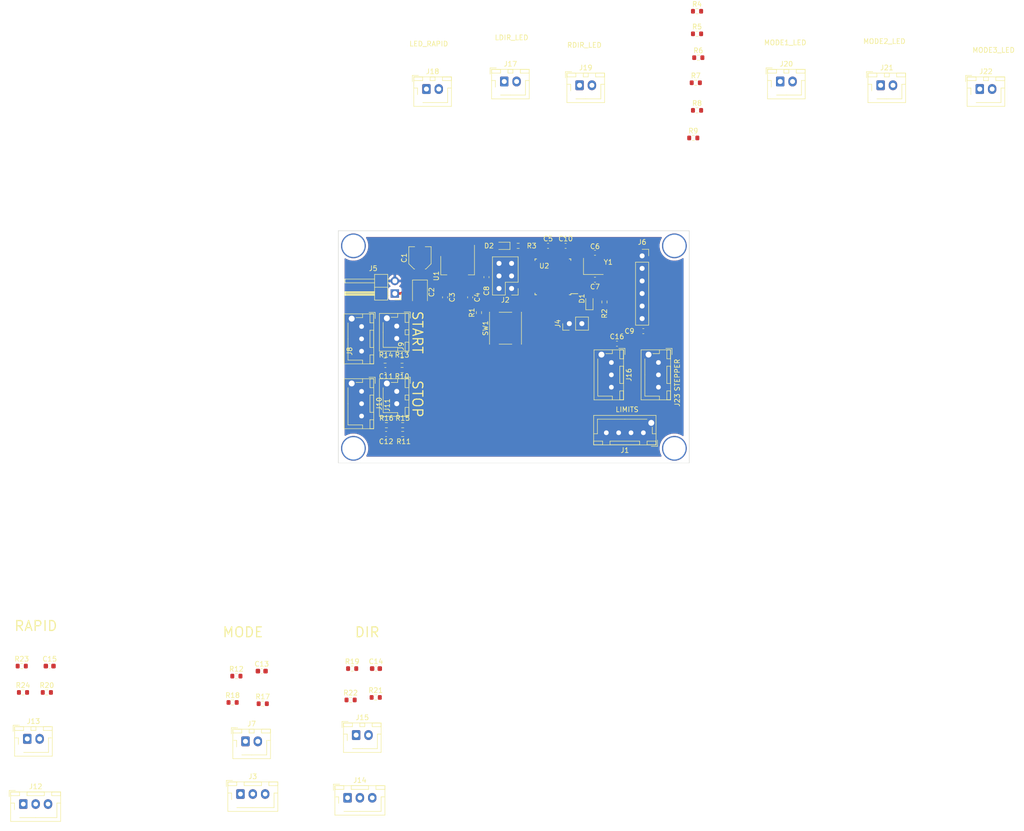
<source format=kicad_pcb>
(kicad_pcb (version 20171130) (host pcbnew "(5.1.8)-1")
  (layers (0 F.Cu signal) (31 B.Cu signal) (34 B.Paste user) (35 F.Paste user) (36 B.SilkS user) (37 F.SilkS user) (38 B.Mask user) (39 F.Mask user) (44 Edge.Cuts user))
  (net 0 "")
  (net 1 +12V)
  (net 2 +5V)
  (net 3 "Net-(C6-Pad1)")
  (net 4 "Net-(C7-Pad1)")
  (net 5 RESET)
  (net 6 "Net-(C9-Pad1)")
  (net 7 START)
  (net 8 STOP)
  (net 9 MODE)
  (net 10 DIRECTION)
  (net 11 RAPID)
  (net 12 SPEED_CTRL)
  (net 13 SCK)
  (net 14 "Net-(D1-Pad1)")
  (net 15 "Net-(D2-Pad1)")
  (net 16 LIMIT_RIGHT_MISO)
  (net 17 LIMIT_LEFT_MOSI)
  (net 18 "MODE_NO(YELLOW)")
  (net 19 "MODE_LED-(BLACK)")
  (net 20 AVCC)
  (net 21 FTDI_PD1)
  (net 22 FTDI_PD0)
  (net 23 "MODE_LED+(RED)")
  (net 24 "START_NO(YELLOW)")
  (net 25 "START_LED-(BLACK)")
  (net 26 "START_LED+(RED)")
  (net 27 "STOP_NO(YELLOW)")
  (net 28 "STOP_LED-(BLACK)")
  (net 29 "STOP_LED+(RED)")
  (net 30 "RAPID_NO(YELLOW)")
  (net 31 "RAPID_LED-(BLACK)")
  (net 32 "RAPID_LED+(RED)")
  (net 33 "DIRECTION_NO(YELLOW)")
  (net 34 "DIRECTION_LED-(BLACK)")
  (net 35 "DIRECTION_LED+(RED)")
  (net 36 LDIR_LED)
  (net 37 RAPID_LED)
  (net 38 RDIR_LED)
  (net 39 MODE1_LED)
  (net 40 MODE2_LED)
  (net 41 MODE3_LED)
  (net 42 ENA-)
  (net 43 DIR-)
  (net 44 PUL-)
  (net 45 "Net-(R4-Pad2)")
  (net 46 "Net-(R5-Pad2)")
  (net 47 "Net-(R6-Pad2)")
  (net 48 "Net-(R7-Pad2)")
  (net 49 "Net-(R8-Pad2)")
  (net 50 "Net-(R9-Pad2)")
  (net 51 "Net-(U2-Pad22)")
  (net 52 "Net-(U2-Pad9)")
  (net 53 "Net-(Y1-Pad4)")
  (net 54 "Net-(Y1-Pad2)")
  (net 55 GND)
  (module Crystal:Crystal_SMD_3225-4Pin_3.2x2.5mm (layer F.Cu) (at 191.305 70.7)
    (fp_text reference Y1 (at 3.005 -0.85) (layer F.SilkS))
    (fp_text value 16MHZ)
    (pad 4 smd rect (at -1.1 -0.85) (size 1.4 1.2) (layers F.Cu F.Paste F.Mask) (net 53 "Net-(Y1-Pad4)"))
    (pad 3 smd rect (at 1.1 -0.85) (size 1.4 1.2) (layers F.Cu F.Paste F.Mask) (net 3 "Net-(C6-Pad1)"))
    (pad 2 smd rect (at 1.1 0.85) (size 1.4 1.2) (layers F.Cu F.Paste F.Mask) (net 54 "Net-(Y1-Pad2)"))
    (pad 1 smd rect (at -1.1 0.85) (size 1.4 1.2) (layers F.Cu F.Paste F.Mask) (net 4 "Net-(C7-Pad1)"))
  )
  (module Package_QFP:TQFP-32_7x7mm_P0.8mm (layer F.Cu) (at 183.115 72.83 180)
    (fp_text reference U2 (at 1.759 2.218) (layer F.SilkS))
    (fp_text value ATmega328P-AU)
    (pad 32 smd rect (at -2.8 -4.25 270) (size 1.6 0.55) (layers F.Cu F.Paste F.Mask) (net 44 PUL-))
    (pad 31 smd rect (at -2 -4.25 270) (size 1.6 0.55) (layers F.Cu F.Paste F.Mask) (net 21 FTDI_PD1))
    (pad 30 smd rect (at -1.2 -4.25 270) (size 1.6 0.55) (layers F.Cu F.Paste F.Mask) (net 22 FTDI_PD0))
    (pad 29 smd rect (at -0.4 -4.25 270) (size 1.6 0.55) (layers F.Cu F.Paste F.Mask) (net 5 RESET))
    (pad 28 smd rect (at 0.4 -4.25 270) (size 1.6 0.55) (layers F.Cu F.Paste F.Mask) (net 50 "Net-(R9-Pad2)"))
    (pad 27 smd rect (at 1.2 -4.25 270) (size 1.6 0.55) (layers F.Cu F.Paste F.Mask) (net 49 "Net-(R8-Pad2)"))
    (pad 26 smd rect (at 2 -4.25 270) (size 1.6 0.55) (layers F.Cu F.Paste F.Mask) (net 48 "Net-(R7-Pad2)"))
    (pad 25 smd rect (at 2.8 -4.25 270) (size 1.6 0.55) (layers F.Cu F.Paste F.Mask) (net 47 "Net-(R6-Pad2)"))
    (pad 24 smd rect (at 4.25 -2.8 180) (size 1.6 0.55) (layers F.Cu F.Paste F.Mask) (net 46 "Net-(R5-Pad2)"))
    (pad 23 smd rect (at 4.25 -2 180) (size 1.6 0.55) (layers F.Cu F.Paste F.Mask) (net 45 "Net-(R4-Pad2)"))
    (pad 22 smd rect (at 4.25 -1.2 180) (size 1.6 0.55) (layers F.Cu F.Paste F.Mask) (net 51 "Net-(U2-Pad22)"))
    (pad 21 smd rect (at 4.25 -0.4 180) (size 1.6 0.55) (layers F.Cu F.Paste F.Mask) (net 55 GND))
    (pad 20 smd rect (at 4.25 0.4 180) (size 1.6 0.55) (layers F.Cu F.Paste F.Mask) (net 2 +5V))
    (pad 19 smd rect (at 4.25 1.2 180) (size 1.6 0.55) (layers F.Cu F.Paste F.Mask) (net 12 SPEED_CTRL))
    (pad 18 smd rect (at 4.25 2 180) (size 1.6 0.55) (layers F.Cu F.Paste F.Mask) (net 20 AVCC))
    (pad 17 smd rect (at 4.25 2.8 180) (size 1.6 0.55) (layers F.Cu F.Paste F.Mask) (net 13 SCK))
    (pad 16 smd rect (at 2.8 4.25 270) (size 1.6 0.55) (layers F.Cu F.Paste F.Mask) (net 16 LIMIT_RIGHT_MISO))
    (pad 15 smd rect (at 2 4.25 270) (size 1.6 0.55) (layers F.Cu F.Paste F.Mask) (net 17 LIMIT_LEFT_MOSI))
    (pad 14 smd rect (at 1.2 4.25 270) (size 1.6 0.55) (layers F.Cu F.Paste F.Mask) (net 8 STOP))
    (pad 13 smd rect (at 0.4 4.25 270) (size 1.6 0.55) (layers F.Cu F.Paste F.Mask) (net 7 START))
    (pad 12 smd rect (at -0.4 4.25 270) (size 1.6 0.55) (layers F.Cu F.Paste F.Mask) (net 11 RAPID))
    (pad 11 smd rect (at -1.2 4.25 270) (size 1.6 0.55) (layers F.Cu F.Paste F.Mask) (net 9 MODE))
    (pad 10 smd rect (at -2 4.25 270) (size 1.6 0.55) (layers F.Cu F.Paste F.Mask) (net 10 DIRECTION))
    (pad 9 smd rect (at -2.8 4.25 270) (size 1.6 0.55) (layers F.Cu F.Paste F.Mask) (net 52 "Net-(U2-Pad9)"))
    (pad 8 smd rect (at -4.25 2.8 180) (size 1.6 0.55) (layers F.Cu F.Paste F.Mask) (net 3 "Net-(C6-Pad1)"))
    (pad 7 smd rect (at -4.25 2 180) (size 1.6 0.55) (layers F.Cu F.Paste F.Mask) (net 4 "Net-(C7-Pad1)"))
    (pad 6 smd rect (at -4.25 1.2 180) (size 1.6 0.55) (layers F.Cu F.Paste F.Mask) (net 2 +5V))
    (pad 5 smd rect (at -4.25 0.4 180) (size 1.6 0.55) (layers F.Cu F.Paste F.Mask) (net 55 GND))
    (pad 4 smd rect (at -4.25 -0.4 180) (size 1.6 0.55) (layers F.Cu F.Paste F.Mask) (net 2 +5V))
    (pad 3 smd rect (at -4.25 -1.2 180) (size 1.6 0.55) (layers F.Cu F.Paste F.Mask) (net 55 GND))
    (pad 2 smd rect (at -4.25 -2 180) (size 1.6 0.55) (layers F.Cu F.Paste F.Mask) (net 42 ENA-))
    (pad 1 smd rect (at -4.25 -2.8 180) (size 1.6 0.55) (layers F.Cu F.Paste F.Mask) (net 43 DIR-))
  )
  (module Package_TO_SOT_SMD:SOT-223-3_TabPin2 (layer F.Cu) (at 163.83 70.51 270)
    (fp_text reference U1 (at 2.134 4.318 90) (layer F.SilkS))
    (fp_text value AMS1117-5.0)
    (pad 1 smd rect (at -3.15 -2.3 270) (size 2 1.5) (layers F.Cu F.Paste F.Mask) (net 55 GND))
    (pad 3 smd rect (at -3.15 2.3 270) (size 2 1.5) (layers F.Cu F.Paste F.Mask) (net 1 +12V))
    (pad 2 smd rect (at -3.15 0 270) (size 2 1.5) (layers F.Cu F.Paste F.Mask) (net 2 +5V))
    (pad 2 smd rect (at 3.15 0 270) (size 2 3.8) (layers F.Cu F.Paste F.Mask) (net 2 +5V))
  )
  (module Button_Switch_SMD:SW_Push_1P1T_NO_6x6mm_H9.5mm (layer F.Cu) (at 173.518 83.223 90)
    (fp_text reference SW1 (at 0 -4.05 90) (layer F.SilkS))
    (fp_text value SW_SPST)
    (pad 2 smd rect (at 3.975 2.25 90) (size 1.55 1.3) (layers F.Cu F.Paste F.Mask) (net 55 GND))
    (pad 1 smd rect (at 3.975 -2.25 90) (size 1.55 1.3) (layers F.Cu F.Paste F.Mask) (net 5 RESET))
    (pad 1 smd rect (at -3.975 -2.25 90) (size 1.55 1.3) (layers F.Cu F.Paste F.Mask) (net 5 RESET))
    (pad 2 smd rect (at -3.975 2.25 90) (size 1.55 1.3) (layers F.Cu F.Paste F.Mask) (net 55 GND))
  )
  (module Resistor_SMD:R_0603_1608Metric (layer F.Cu) (at 75.883 156.972)
    (fp_text reference R24 (at 0 -1.43) (layer F.SilkS))
    (fp_text value 1K)
    (pad 2 smd roundrect (at 0.825 0) (size 0.8 0.95) (layers F.Cu F.Paste F.Mask) (net 11 RAPID))
    (pad 1 smd roundrect (at -0.825 0) (size 0.8 0.95) (layers F.Cu F.Paste F.Mask) (net 30 "RAPID_NO(YELLOW)"))
  )
  (module Resistor_SMD:R_0603_1608Metric (layer F.Cu) (at 75.629 151.638)
    (fp_text reference R23 (at 0 -1.43) (layer F.SilkS))
    (fp_text value 120R)
    (pad 2 smd roundrect (at 0.825 0) (size 0.8 0.95) (layers F.Cu F.Paste F.Mask) (net 2 +5V))
    (pad 1 smd roundrect (at -0.825 0) (size 0.8 0.95) (layers F.Cu F.Paste F.Mask) (net 32 "RAPID_LED+(RED)"))
  )
  (module Resistor_SMD:R_0603_1608Metric (layer F.Cu) (at 142.177 158.496)
    (fp_text reference R22 (at 0 -1.43) (layer F.SilkS))
    (fp_text value 1K)
    (pad 2 smd roundrect (at 0.825 0) (size 0.8 0.95) (layers F.Cu F.Paste F.Mask) (net 10 DIRECTION))
    (pad 1 smd roundrect (at -0.825 0) (size 0.8 0.95) (layers F.Cu F.Paste F.Mask) (net 33 "DIRECTION_NO(YELLOW)"))
  )
  (module Resistor_SMD:R_0603_1608Metric (layer F.Cu) (at 147.257 157.988)
    (fp_text reference R21 (at 0 -1.43) (layer F.SilkS))
    (fp_text value 120R)
    (pad 2 smd roundrect (at 0.825 0) (size 0.8 0.95) (layers F.Cu F.Paste F.Mask) (net 2 +5V))
    (pad 1 smd roundrect (at -0.825 0) (size 0.8 0.95) (layers F.Cu F.Paste F.Mask) (net 35 "DIRECTION_LED+(RED)"))
  )
  (module Resistor_SMD:R_0603_1608Metric (layer F.Cu) (at 80.709 156.972)
    (fp_text reference R20 (at 0 -1.43) (layer F.SilkS))
    (fp_text value 10K)
    (pad 2 smd roundrect (at 0.825 0) (size 0.8 0.95) (layers F.Cu F.Paste F.Mask) (net 30 "RAPID_NO(YELLOW)"))
    (pad 1 smd roundrect (at -0.825 0) (size 0.8 0.95) (layers F.Cu F.Paste F.Mask) (net 2 +5V))
  )
  (module Resistor_SMD:R_0603_1608Metric (layer F.Cu) (at 142.494 152.146)
    (fp_text reference R19 (at 0 -1.43) (layer F.SilkS))
    (fp_text value 10K)
    (pad 2 smd roundrect (at 0.825 0) (size 0.8 0.95) (layers F.Cu F.Paste F.Mask) (net 33 "DIRECTION_NO(YELLOW)"))
    (pad 1 smd roundrect (at -0.825 0) (size 0.8 0.95) (layers F.Cu F.Paste F.Mask) (net 2 +5V))
  )
  (module Resistor_SMD:R_0603_1608Metric (layer F.Cu) (at 118.301 159.004)
    (fp_text reference R18 (at 0 -1.43) (layer F.SilkS))
    (fp_text value 1K)
    (pad 2 smd roundrect (at 0.825 0) (size 0.8 0.95) (layers F.Cu F.Paste F.Mask) (net 9 MODE))
    (pad 1 smd roundrect (at -0.825 0) (size 0.8 0.95) (layers F.Cu F.Paste F.Mask) (net 18 "MODE_NO(YELLOW)"))
  )
  (module Resistor_SMD:R_0603_1608Metric (layer F.Cu) (at 124.397 159.258)
    (fp_text reference R17 (at 0 -1.43) (layer F.SilkS))
    (fp_text value 120R)
    (pad 2 smd roundrect (at 0.825 0) (size 0.8 0.95) (layers F.Cu F.Paste F.Mask) (net 2 +5V))
    (pad 1 smd roundrect (at -0.825 0) (size 0.8 0.95) (layers F.Cu F.Paste F.Mask) (net 23 "MODE_LED+(RED)"))
  )
  (module Resistor_SMD:R_0603_1608Metric (layer F.Cu) (at 149.415 102.87)
    (fp_text reference R16 (at 0 -1.43) (layer F.SilkS))
    (fp_text value 1K)
    (pad 2 smd roundrect (at 0.825 0) (size 0.8 0.95) (layers F.Cu F.Paste F.Mask) (net 8 STOP))
    (pad 1 smd roundrect (at -0.825 0) (size 0.8 0.95) (layers F.Cu F.Paste F.Mask) (net 27 "STOP_NO(YELLOW)"))
  )
  (module Resistor_SMD:R_0603_1608Metric (layer F.Cu) (at 152.717 102.87)
    (fp_text reference R15 (at 0 -1.43) (layer F.SilkS))
    (fp_text value 120R)
    (pad 2 smd roundrect (at 0.825 0) (size 0.8 0.95) (layers F.Cu F.Paste F.Mask) (net 2 +5V))
    (pad 1 smd roundrect (at -0.825 0) (size 0.8 0.95) (layers F.Cu F.Paste F.Mask) (net 29 "STOP_LED+(RED)"))
  )
  (module Resistor_SMD:R_0603_1608Metric (layer F.Cu) (at 149.161 89.789 180)
    (fp_text reference R14 (at -0.191 1.143) (layer F.SilkS))
    (fp_text value 1K)
    (pad 2 smd roundrect (at 0.825 0 180) (size 0.8 0.95) (layers F.Cu F.Paste F.Mask) (net 7 START))
    (pad 1 smd roundrect (at -0.825 0 180) (size 0.8 0.95) (layers F.Cu F.Paste F.Mask) (net 24 "START_NO(YELLOW)"))
  )
  (module Resistor_SMD:R_0603_1608Metric (layer F.Cu) (at 152.591 89.789)
    (fp_text reference R13 (at 0 -1.143) (layer F.SilkS))
    (fp_text value 120R)
    (pad 2 smd roundrect (at 0.825 0) (size 0.8 0.95) (layers F.Cu F.Paste F.Mask) (net 2 +5V))
    (pad 1 smd roundrect (at -0.825 0) (size 0.8 0.95) (layers F.Cu F.Paste F.Mask) (net 26 "START_LED+(RED)"))
  )
  (module Resistor_SMD:R_0603_1608Metric (layer F.Cu) (at 119.063 153.67)
    (fp_text reference R12 (at 0 -1.43) (layer F.SilkS))
    (fp_text value 10K)
    (pad 2 smd roundrect (at 0.825 0) (size 0.8 0.95) (layers F.Cu F.Paste F.Mask) (net 18 "MODE_NO(YELLOW)"))
    (pad 1 smd roundrect (at -0.825 0) (size 0.8 0.95) (layers F.Cu F.Paste F.Mask) (net 2 +5V))
  )
  (module Resistor_SMD:R_0603_1608Metric (layer F.Cu) (at 152.717 104.648)
    (fp_text reference R11 (at 0.191 1.524) (layer F.SilkS))
    (fp_text value 10K)
    (pad 2 smd roundrect (at 0.825 0) (size 0.8 0.95) (layers F.Cu F.Paste F.Mask) (net 27 "STOP_NO(YELLOW)"))
    (pad 1 smd roundrect (at -0.825 0) (size 0.8 0.95) (layers F.Cu F.Paste F.Mask) (net 2 +5V))
  )
  (module Resistor_SMD:R_0603_1608Metric (layer F.Cu) (at 152.591 91.694 180)
    (fp_text reference R10 (at 0 -1.27) (layer F.SilkS))
    (fp_text value 10K)
    (pad 2 smd roundrect (at 0.825 0 180) (size 0.8 0.95) (layers F.Cu F.Paste F.Mask) (net 24 "START_NO(YELLOW)"))
    (pad 1 smd roundrect (at -0.825 0 180) (size 0.8 0.95) (layers F.Cu F.Paste F.Mask) (net 2 +5V))
  )
  (module Resistor_SMD:R_0603_1608Metric (layer F.Cu) (at 211.519 44.704)
    (fp_text reference R9 (at 0 -1.43) (layer F.SilkS))
    (fp_text value 160R)
    (pad 2 smd roundrect (at 0.825 0) (size 0.8 0.95) (layers F.Cu F.Paste F.Mask) (net 50 "Net-(R9-Pad2)"))
    (pad 1 smd roundrect (at -0.825 0) (size 0.8 0.95) (layers F.Cu F.Paste F.Mask) (net 37 RAPID_LED))
  )
  (module Resistor_SMD:R_0603_1608Metric (layer F.Cu) (at 212.281 39.116)
    (fp_text reference R8 (at 0 -1.43) (layer F.SilkS))
    (fp_text value 160R)
    (pad 2 smd roundrect (at 0.825 0) (size 0.8 0.95) (layers F.Cu F.Paste F.Mask) (net 49 "Net-(R8-Pad2)"))
    (pad 1 smd roundrect (at -0.825 0) (size 0.8 0.95) (layers F.Cu F.Paste F.Mask) (net 41 MODE3_LED))
  )
  (module Resistor_SMD:R_0603_1608Metric (layer F.Cu) (at 212.027 33.528)
    (fp_text reference R7 (at 0 -1.43) (layer F.SilkS))
    (fp_text value 160R)
    (pad 2 smd roundrect (at 0.825 0) (size 0.8 0.95) (layers F.Cu F.Paste F.Mask) (net 48 "Net-(R7-Pad2)"))
    (pad 1 smd roundrect (at -0.825 0) (size 0.8 0.95) (layers F.Cu F.Paste F.Mask) (net 40 MODE2_LED))
  )
  (module Resistor_SMD:R_0603_1608Metric (layer F.Cu) (at 212.535 28.448)
    (fp_text reference R6 (at 0 -1.43) (layer F.SilkS))
    (fp_text value 160R)
    (pad 2 smd roundrect (at 0.825 0) (size 0.8 0.95) (layers F.Cu F.Paste F.Mask) (net 47 "Net-(R6-Pad2)"))
    (pad 1 smd roundrect (at -0.825 0) (size 0.8 0.95) (layers F.Cu F.Paste F.Mask) (net 39 MODE1_LED))
  )
  (module Resistor_SMD:R_0603_1608Metric (layer F.Cu) (at 212.281 23.622)
    (fp_text reference R5 (at 0 -1.43) (layer F.SilkS))
    (fp_text value 160R)
    (pad 2 smd roundrect (at 0.825 0) (size 0.8 0.95) (layers F.Cu F.Paste F.Mask) (net 46 "Net-(R5-Pad2)"))
    (pad 1 smd roundrect (at -0.825 0) (size 0.8 0.95) (layers F.Cu F.Paste F.Mask) (net 38 RDIR_LED))
  )
  (module Resistor_SMD:R_0603_1608Metric (layer F.Cu) (at 212.281 19.05)
    (fp_text reference R4 (at 0 -1.43) (layer F.SilkS))
    (fp_text value 160R)
    (pad 2 smd roundrect (at 0.825 0) (size 0.8 0.95) (layers F.Cu F.Paste F.Mask) (net 45 "Net-(R4-Pad2)"))
    (pad 1 smd roundrect (at -0.825 0) (size 0.8 0.95) (layers F.Cu F.Paste F.Mask) (net 36 LDIR_LED))
  )
  (module Resistor_SMD:R_0603_1608Metric (layer F.Cu) (at 176.085 66.548)
    (fp_text reference R3 (at 2.731 0) (layer F.SilkS))
    (fp_text value 270R)
    (pad 2 smd roundrect (at 0.825 0) (size 0.8 0.95) (layers F.Cu F.Paste F.Mask) (net 55 GND))
    (pad 1 smd roundrect (at -0.825 0) (size 0.8 0.95) (layers F.Cu F.Paste F.Mask) (net 15 "Net-(D2-Pad1)"))
  )
  (module Resistor_SMD:R_0603_1608Metric (layer F.Cu) (at 193.548 77.915 90)
    (fp_text reference R2 (at -2.349 0 90) (layer F.SilkS))
    (fp_text value 270R)
    (pad 2 smd roundrect (at 0.825 0 90) (size 0.8 0.95) (layers F.Cu F.Paste F.Mask) (net 55 GND))
    (pad 1 smd roundrect (at -0.825 0 90) (size 0.8 0.95) (layers F.Cu F.Paste F.Mask) (net 14 "Net-(D1-Pad1)"))
  )
  (module Resistor_SMD:R_0603_1608Metric (layer F.Cu) (at 168.148 80.073 90)
    (fp_text reference R1 (at 0 -1.43 90) (layer F.SilkS))
    (fp_text value 10K)
    (pad 2 smd roundrect (at 0.825 0 90) (size 0.8 0.95) (layers F.Cu F.Paste F.Mask) (net 5 RESET))
    (pad 1 smd roundrect (at -0.825 0 90) (size 0.8 0.95) (layers F.Cu F.Paste F.Mask) (net 2 +5V))
  )
  (module Connector_JST:JST_XH_B3B-XH-AM_1x03_P2.50mm_Vertical (layer F.Cu) (at 204.47 90.17 270)
    (fp_text reference J23 (at 7.62 -3.81 90) (layer F.SilkS))
    (fp_text value Conn_01x03_Male)
    (pad "" np_thru_hole circle (at -1.6 2 270) (size 1.2 1.2) (drill 1.2) (layers *.Cu *.Mask))
    (pad 3 thru_hole oval (at 5 0 270) (size 1.7 1.95) (drill 0.95) (layers *.Cu *.Mask) (net 42 ENA-))
    (pad 2 thru_hole oval (at 2.5 0 270) (size 1.7 1.95) (drill 0.95) (layers *.Cu *.Mask) (net 43 DIR-))
    (pad 1 thru_hole roundrect (at 0 0 270) (size 1.7 1.95) (drill 0.95) (layers *.Cu *.Mask) (roundrect_rratio 0.147059) (net 44 PUL-))
  )
  (module Connector_JST:JST_XH_B2B-XH-AM_1x02_P2.50mm_Vertical (layer F.Cu) (at 269.494 34.798)
    (fp_text reference J22 (at 1.25 -3.55) (layer F.SilkS))
    (fp_text value Conn_01x02_Female)
    (pad "" np_thru_hole circle (at -1.6 2) (size 1.2 1.2) (drill 1.2) (layers *.Cu *.Mask))
    (pad 2 thru_hole oval (at 2.5 0) (size 1.7 2) (drill 1) (layers *.Cu *.Mask) (net 41 MODE3_LED))
    (pad 1 thru_hole roundrect (at 0 0) (size 1.7 2) (drill 1) (layers *.Cu *.Mask) (roundrect_rratio 0.147059) (net 55 GND))
  )
  (module Connector_JST:JST_XH_B2B-XH-AM_1x02_P2.50mm_Vertical (layer F.Cu) (at 249.428 34.036)
    (fp_text reference J21 (at 1.25 -3.55) (layer F.SilkS))
    (fp_text value Conn_01x02_Female)
    (pad "" np_thru_hole circle (at -1.6 2) (size 1.2 1.2) (drill 1.2) (layers *.Cu *.Mask))
    (pad 2 thru_hole oval (at 2.5 0) (size 1.7 2) (drill 1) (layers *.Cu *.Mask) (net 40 MODE2_LED))
    (pad 1 thru_hole roundrect (at 0 0) (size 1.7 2) (drill 1) (layers *.Cu *.Mask) (roundrect_rratio 0.147059) (net 55 GND))
  )
  (module Connector_JST:JST_XH_B2B-XH-AM_1x02_P2.50mm_Vertical (layer F.Cu) (at 229.108 33.274)
    (fp_text reference J20 (at 1.25 -3.55) (layer F.SilkS))
    (fp_text value Conn_01x02_Female)
    (pad "" np_thru_hole circle (at -1.6 2) (size 1.2 1.2) (drill 1.2) (layers *.Cu *.Mask))
    (pad 2 thru_hole oval (at 2.5 0) (size 1.7 2) (drill 1) (layers *.Cu *.Mask) (net 39 MODE1_LED))
    (pad 1 thru_hole roundrect (at 0 0) (size 1.7 2) (drill 1) (layers *.Cu *.Mask) (roundrect_rratio 0.147059) (net 55 GND))
  )
  (module Connector_JST:JST_XH_B2B-XH-AM_1x02_P2.50mm_Vertical (layer F.Cu) (at 188.508 34.036)
    (fp_text reference J19 (at 1.25 -3.55) (layer F.SilkS))
    (fp_text value Conn_01x02_Female)
    (pad "" np_thru_hole circle (at -1.6 2) (size 1.2 1.2) (drill 1.2) (layers *.Cu *.Mask))
    (pad 2 thru_hole oval (at 2.5 0) (size 1.7 2) (drill 1) (layers *.Cu *.Mask) (net 38 RDIR_LED))
    (pad 1 thru_hole roundrect (at 0 0) (size 1.7 2) (drill 1) (layers *.Cu *.Mask) (roundrect_rratio 0.147059) (net 55 GND))
  )
  (module Connector_JST:JST_XH_B2B-XH-AM_1x02_P2.50mm_Vertical (layer F.Cu) (at 157.52 34.798)
    (fp_text reference J18 (at 1.25 -3.55) (layer F.SilkS))
    (fp_text value Conn_01x02_Female)
    (pad "" np_thru_hole circle (at -1.6 2) (size 1.2 1.2) (drill 1.2) (layers *.Cu *.Mask))
    (pad 2 thru_hole oval (at 2.5 0) (size 1.7 2) (drill 1) (layers *.Cu *.Mask) (net 37 RAPID_LED))
    (pad 1 thru_hole roundrect (at 0 0) (size 1.7 2) (drill 1) (layers *.Cu *.Mask) (roundrect_rratio 0.147059) (net 55 GND))
  )
  (module Connector_JST:JST_XH_B2B-XH-AM_1x02_P2.50mm_Vertical (layer F.Cu) (at 173.268 33.274)
    (fp_text reference J17 (at 1.25 -3.55) (layer F.SilkS))
    (fp_text value Conn_01x02_Female)
    (pad "" np_thru_hole circle (at -1.6 2) (size 1.2 1.2) (drill 1.2) (layers *.Cu *.Mask))
    (pad 2 thru_hole oval (at 2.5 0) (size 1.7 2) (drill 1) (layers *.Cu *.Mask) (net 36 LDIR_LED))
    (pad 1 thru_hole roundrect (at 0 0) (size 1.7 2) (drill 1) (layers *.Cu *.Mask) (roundrect_rratio 0.147059) (net 55 GND))
  )
  (module Connector_JST:JST_XH_B3B-XH-AM_1x03_P2.50mm_Vertical (layer F.Cu) (at 194.945 90.17 270)
    (fp_text reference J16 (at 2.5 -3.55 90) (layer F.SilkS))
    (fp_text value Conn_01x03_Male)
    (pad "" np_thru_hole circle (at -1.6 2 270) (size 1.2 1.2) (drill 1.2) (layers *.Cu *.Mask))
    (pad 3 thru_hole oval (at 5 0 270) (size 1.7 1.95) (drill 0.95) (layers *.Cu *.Mask) (net 2 +5V))
    (pad 2 thru_hole oval (at 2.5 0 270) (size 1.7 1.95) (drill 0.95) (layers *.Cu *.Mask) (net 12 SPEED_CTRL))
    (pad 1 thru_hole roundrect (at 0 0 270) (size 1.7 1.95) (drill 0.95) (layers *.Cu *.Mask) (roundrect_rratio 0.147059) (net 55 GND))
  )
  (module Connector_JST:JST_XH_B2B-XH-AM_1x02_P2.50mm_Vertical (layer F.Cu) (at 143.296 165.608)
    (fp_text reference J15 (at 1.25 -3.55) (layer F.SilkS))
    (fp_text value Conn_01x02_Male)
    (pad "" np_thru_hole circle (at -1.6 2) (size 1.2 1.2) (drill 1.2) (layers *.Cu *.Mask))
    (pad 2 thru_hole oval (at 2.5 0) (size 1.7 2) (drill 1) (layers *.Cu *.Mask) (net 35 "DIRECTION_LED+(RED)"))
    (pad 1 thru_hole roundrect (at 0 0) (size 1.7 2) (drill 1) (layers *.Cu *.Mask) (roundrect_rratio 0.147059) (net 34 "DIRECTION_LED-(BLACK)"))
  )
  (module Connector_JST:JST_XH_B3B-XH-AM_1x03_P2.50mm_Vertical (layer F.Cu) (at 141.558 178.308)
    (fp_text reference J14 (at 2.5 -3.55) (layer F.SilkS))
    (fp_text value Conn_01x03_Male)
    (pad "" np_thru_hole circle (at -1.6 2) (size 1.2 1.2) (drill 1.2) (layers *.Cu *.Mask))
    (pad 3 thru_hole oval (at 5 0) (size 1.7 1.95) (drill 0.95) (layers *.Cu *.Mask) (net 33 "DIRECTION_NO(YELLOW)"))
    (pad 2 thru_hole oval (at 2.5 0) (size 1.7 1.95) (drill 0.95) (layers *.Cu *.Mask) (net 34 "DIRECTION_LED-(BLACK)"))
    (pad 1 thru_hole roundrect (at 0 0) (size 1.7 1.95) (drill 0.95) (layers *.Cu *.Mask) (roundrect_rratio 0.147059) (net 55 GND))
  )
  (module Connector_JST:JST_XH_B2B-XH-AM_1x02_P2.50mm_Vertical (layer F.Cu) (at 76.748 166.37)
    (fp_text reference J13 (at 1.25 -3.55) (layer F.SilkS))
    (fp_text value Conn_01x02_Male)
    (pad "" np_thru_hole circle (at -1.6 2) (size 1.2 1.2) (drill 1.2) (layers *.Cu *.Mask))
    (pad 2 thru_hole oval (at 2.5 0) (size 1.7 2) (drill 1) (layers *.Cu *.Mask) (net 32 "RAPID_LED+(RED)"))
    (pad 1 thru_hole roundrect (at 0 0) (size 1.7 2) (drill 1) (layers *.Cu *.Mask) (roundrect_rratio 0.147059) (net 31 "RAPID_LED-(BLACK)"))
  )
  (module Connector_JST:JST_XH_B3B-XH-AM_1x03_P2.50mm_Vertical (layer F.Cu) (at 75.946 179.578)
    (fp_text reference J12 (at 2.5 -3.55) (layer F.SilkS))
    (fp_text value Conn_01x03_Male)
    (pad "" np_thru_hole circle (at -1.6 2) (size 1.2 1.2) (drill 1.2) (layers *.Cu *.Mask))
    (pad 3 thru_hole oval (at 5 0) (size 1.7 1.95) (drill 0.95) (layers *.Cu *.Mask) (net 30 "RAPID_NO(YELLOW)"))
    (pad 2 thru_hole oval (at 2.5 0) (size 1.7 1.95) (drill 0.95) (layers *.Cu *.Mask) (net 31 "RAPID_LED-(BLACK)"))
    (pad 1 thru_hole roundrect (at 0 0) (size 1.7 1.95) (drill 0.95) (layers *.Cu *.Mask) (roundrect_rratio 0.147059) (net 55 GND))
  )
  (module Connector_JST:JST_XH_B2B-XH-AM_1x02_P2.50mm_Vertical (layer F.Cu) (at 151.511 96.012 270)
    (fp_text reference J11 (at 2.794 1.905 90) (layer F.SilkS))
    (fp_text value Conn_01x02_Male)
    (pad "" np_thru_hole circle (at -1.6 2 270) (size 1.2 1.2) (drill 1.2) (layers *.Cu *.Mask))
    (pad 2 thru_hole oval (at 2.5 0 270) (size 1.7 2) (drill 1) (layers *.Cu *.Mask) (net 29 "STOP_LED+(RED)"))
    (pad 1 thru_hole roundrect (at 0 0 270) (size 1.7 2) (drill 1) (layers *.Cu *.Mask) (roundrect_rratio 0.147059) (net 28 "STOP_LED-(BLACK)"))
  )
  (module Connector_JST:JST_XH_B3B-XH-AM_1x03_P2.50mm_Vertical (layer F.Cu) (at 144.399 96.012 270)
    (fp_text reference J10 (at 2.5 -3.55 90) (layer F.SilkS))
    (fp_text value Conn_01x03_Male)
    (pad "" np_thru_hole circle (at -1.6 2 270) (size 1.2 1.2) (drill 1.2) (layers *.Cu *.Mask))
    (pad 3 thru_hole oval (at 5 0 270) (size 1.7 1.95) (drill 0.95) (layers *.Cu *.Mask) (net 27 "STOP_NO(YELLOW)"))
    (pad 2 thru_hole oval (at 2.5 0 270) (size 1.7 1.95) (drill 0.95) (layers *.Cu *.Mask) (net 28 "STOP_LED-(BLACK)"))
    (pad 1 thru_hole roundrect (at 0 0 270) (size 1.7 1.95) (drill 0.95) (layers *.Cu *.Mask) (roundrect_rratio 0.147059) (net 55 GND))
  )
  (module Connector_JST:JST_XH_B2B-XH-AM_1x02_P2.50mm_Vertical (layer F.Cu) (at 151.511 82.804 270)
    (fp_text reference J9 (at 4.064 -0.889 90) (layer F.SilkS))
    (fp_text value Conn_01x02_Male)
    (pad "" np_thru_hole circle (at -1.6 2 270) (size 1.2 1.2) (drill 1.2) (layers *.Cu *.Mask))
    (pad 2 thru_hole oval (at 2.5 0 270) (size 1.7 2) (drill 1) (layers *.Cu *.Mask) (net 26 "START_LED+(RED)"))
    (pad 1 thru_hole roundrect (at 0 0 270) (size 1.7 2) (drill 1) (layers *.Cu *.Mask) (roundrect_rratio 0.147059) (net 25 "START_LED-(BLACK)"))
  )
  (module Connector_JST:JST_XH_B3B-XH-AM_1x03_P2.50mm_Vertical (layer F.Cu) (at 144.399 82.884 270)
    (fp_text reference J8 (at 5 2.413 90) (layer F.SilkS))
    (fp_text value Conn_01x03_Male)
    (pad "" np_thru_hole circle (at -1.6 2 270) (size 1.2 1.2) (drill 1.2) (layers *.Cu *.Mask))
    (pad 3 thru_hole oval (at 5 0 270) (size 1.7 1.95) (drill 0.95) (layers *.Cu *.Mask) (net 24 "START_NO(YELLOW)"))
    (pad 2 thru_hole oval (at 2.5 0 270) (size 1.7 1.95) (drill 0.95) (layers *.Cu *.Mask) (net 25 "START_LED-(BLACK)"))
    (pad 1 thru_hole roundrect (at 0 0 270) (size 1.7 1.95) (drill 0.95) (layers *.Cu *.Mask) (roundrect_rratio 0.147059) (net 55 GND))
  )
  (module Connector_JST:JST_XH_B2B-XH-AM_1x02_P2.50mm_Vertical (layer F.Cu) (at 120.904 166.878)
    (fp_text reference J7 (at 1.25 -3.55) (layer F.SilkS))
    (fp_text value Conn_01x02_Male)
    (pad "" np_thru_hole circle (at -1.6 2) (size 1.2 1.2) (drill 1.2) (layers *.Cu *.Mask))
    (pad 2 thru_hole oval (at 2.5 0) (size 1.7 2) (drill 1) (layers *.Cu *.Mask) (net 23 "MODE_LED+(RED)"))
    (pad 1 thru_hole roundrect (at 0 0) (size 1.7 2) (drill 1) (layers *.Cu *.Mask) (roundrect_rratio 0.147059) (net 19 "MODE_LED-(BLACK)"))
  )
  (module Connector_PinSocket_2.54mm:PinSocket_1x06_P2.54mm_Vertical (layer F.Cu) (at 201.168 68.58)
    (fp_text reference J6 (at 0 -2.77) (layer F.SilkS))
    (fp_text value Conn_01x06_Female)
    (pad 6 thru_hole oval (at 0 12.7) (size 1.7 1.7) (drill 1) (layers *.Cu *.Mask) (net 6 "Net-(C9-Pad1)"))
    (pad 5 thru_hole oval (at 0 10.16) (size 1.7 1.7) (drill 1) (layers *.Cu *.Mask) (net 21 FTDI_PD1))
    (pad 4 thru_hole oval (at 0 7.62) (size 1.7 1.7) (drill 1) (layers *.Cu *.Mask) (net 22 FTDI_PD0))
    (pad 3 thru_hole oval (at 0 5.08) (size 1.7 1.7) (drill 1) (layers *.Cu *.Mask) (net 2 +5V))
    (pad 2 thru_hole oval (at 0 2.54) (size 1.7 1.7) (drill 1) (layers *.Cu *.Mask) (net 55 GND))
    (pad 1 thru_hole rect (at 0 0) (size 1.7 1.7) (drill 1) (layers *.Cu *.Mask) (net 55 GND))
  )
  (module Connector_PinHeader_2.54mm:PinHeader_1x02_P2.54mm_Horizontal (layer F.Cu) (at 151.13 76.2 180)
    (fp_text reference J5 (at 4.385 5.08) (layer F.SilkS))
    (fp_text value Conn_01x02_Male)
    (pad 2 thru_hole oval (at 0 2.54 180) (size 1.7 1.7) (drill 1) (layers *.Cu *.Mask) (net 55 GND))
    (pad 1 thru_hole rect (at 0 0 180) (size 1.7 1.7) (drill 1) (layers *.Cu *.Mask) (net 1 +12V))
  )
  (module Connector_PinHeader_2.54mm:PinHeader_1x02_P2.54mm_Vertical (layer F.Cu) (at 186.436 82.296 90)
    (fp_text reference J4 (at 0 -2.33 90) (layer F.SilkS))
    (fp_text value Conn_01x02_Male)
    (pad 2 thru_hole oval (at 0 2.54 90) (size 1.7 1.7) (drill 1) (layers *.Cu *.Mask) (net 2 +5V))
    (pad 1 thru_hole rect (at 0 0 90) (size 1.7 1.7) (drill 1) (layers *.Cu *.Mask) (net 20 AVCC))
  )
  (module Connector_JST:JST_XH_B3B-XH-AM_1x03_P2.50mm_Vertical (layer F.Cu) (at 119.888 177.546)
    (fp_text reference J3 (at 2.5 -3.55) (layer F.SilkS))
    (fp_text value Conn_01x03_Male)
    (pad "" np_thru_hole circle (at -1.6 2) (size 1.2 1.2) (drill 1.2) (layers *.Cu *.Mask))
    (pad 3 thru_hole oval (at 5 0) (size 1.7 1.95) (drill 0.95) (layers *.Cu *.Mask) (net 18 "MODE_NO(YELLOW)"))
    (pad 2 thru_hole oval (at 2.5 0) (size 1.7 1.95) (drill 0.95) (layers *.Cu *.Mask) (net 19 "MODE_LED-(BLACK)"))
    (pad 1 thru_hole roundrect (at 0 0) (size 1.7 1.95) (drill 0.95) (layers *.Cu *.Mask) (roundrect_rratio 0.147059) (net 55 GND))
  )
  (module Connector_PinHeader_2.54mm:PinHeader_2x03_P2.54mm_Vertical (layer F.Cu) (at 174.752 75.184 180)
    (fp_text reference J2 (at 1.27 -2.33) (layer F.SilkS))
    (fp_text value AVR-ISP-6)
    (pad 6 thru_hole oval (at 2.54 5.08 180) (size 1.7 1.7) (drill 1) (layers *.Cu *.Mask) (net 55 GND))
    (pad 5 thru_hole oval (at 0 5.08 180) (size 1.7 1.7) (drill 1) (layers *.Cu *.Mask) (net 5 RESET))
    (pad 4 thru_hole oval (at 2.54 2.54 180) (size 1.7 1.7) (drill 1) (layers *.Cu *.Mask) (net 17 LIMIT_LEFT_MOSI))
    (pad 3 thru_hole oval (at 0 2.54 180) (size 1.7 1.7) (drill 1) (layers *.Cu *.Mask) (net 13 SCK))
    (pad 2 thru_hole oval (at 2.54 0 180) (size 1.7 1.7) (drill 1) (layers *.Cu *.Mask) (net 2 +5V))
    (pad 1 thru_hole rect (at 0 0 180) (size 1.7 1.7) (drill 1) (layers *.Cu *.Mask) (net 16 LIMIT_RIGHT_MISO))
  )
  (module Connector_JST:JST_XH_B4B-XH-AM_1x04_P2.50mm_Vertical (layer F.Cu) (at 201.422 104.394 180)
    (fp_text reference J1 (at 3.75 -3.55) (layer F.SilkS))
    (fp_text value LIMIT_BREAKOUT)
    (pad "" np_thru_hole circle (at -1.6 2 180) (size 1.2 1.2) (drill 1.2) (layers *.Cu *.Mask))
    (pad 4 thru_hole oval (at 7.5 0 180) (size 1.7 1.95) (drill 0.95) (layers *.Cu *.Mask) (net 16 LIMIT_RIGHT_MISO))
    (pad 3 thru_hole oval (at 5 0 180) (size 1.7 1.95) (drill 0.95) (layers *.Cu *.Mask) (net 55 GND))
    (pad 2 thru_hole oval (at 2.5 0 180) (size 1.7 1.95) (drill 0.95) (layers *.Cu *.Mask) (net 17 LIMIT_LEFT_MOSI))
    (pad 1 thru_hole roundrect (at 0 0 180) (size 1.7 1.95) (drill 0.95) (layers *.Cu *.Mask) (roundrect_rratio 0.147059) (net 2 +5V))
  )
  (module LED_SMD:LED_0603_1608Metric (layer F.Cu) (at 172.9485 66.548 180)
    (fp_text reference D2 (at 2.7685 0) (layer F.SilkS))
    (fp_text value GRNLED)
    (pad 2 smd roundrect (at 0.7875 0 180) (size 0.875 0.95) (layers F.Cu F.Paste F.Mask) (net 2 +5V))
    (pad 1 smd roundrect (at -0.7875 0 180) (size 0.875 0.95) (layers F.Cu F.Paste F.Mask) (net 15 "Net-(D2-Pad1)"))
  )
  (module LED_SMD:LED_0603_1608Metric (layer F.Cu) (at 190.5 78.0035 90)
    (fp_text reference D1 (at 0.7875 -1.524 90) (layer F.SilkS))
    (fp_text value REDLED)
    (pad 2 smd roundrect (at 0.7875 0 90) (size 0.875 0.95) (layers F.Cu F.Paste F.Mask) (net 13 SCK))
    (pad 1 smd roundrect (at -0.7875 0 90) (size 0.875 0.95) (layers F.Cu F.Paste F.Mask) (net 14 "Net-(D1-Pad1)"))
  )
  (module Capacitor_SMD:C_0603_1608Metric (layer F.Cu) (at 196.075 86.36)
    (fp_text reference C16 (at 0 -1.43) (layer F.SilkS))
    (fp_text value 1nF)
    (pad 2 smd roundrect (at 0.775 0) (size 0.9 0.95) (layers F.Cu F.Paste F.Mask) (net 55 GND))
    (pad 1 smd roundrect (at -0.775 0) (size 0.9 0.95) (layers F.Cu F.Paste F.Mask) (net 12 SPEED_CTRL))
  )
  (module Capacitor_SMD:C_0603_1608Metric (layer F.Cu) (at 81.28 151.638)
    (fp_text reference C15 (at 0 -1.43) (layer F.SilkS))
    (fp_text value 0.1uF)
    (pad 2 smd roundrect (at 0.775 0) (size 0.9 0.95) (layers F.Cu F.Paste F.Mask) (net 55 GND))
    (pad 1 smd roundrect (at -0.775 0) (size 0.9 0.95) (layers F.Cu F.Paste F.Mask) (net 11 RAPID))
  )
  (module Capacitor_SMD:C_0603_1608Metric (layer F.Cu) (at 147.307 152.146)
    (fp_text reference C14 (at 0 -1.43) (layer F.SilkS))
    (fp_text value 0.1uF)
    (pad 2 smd roundrect (at 0.775 0) (size 0.9 0.95) (layers F.Cu F.Paste F.Mask) (net 55 GND))
    (pad 1 smd roundrect (at -0.775 0) (size 0.9 0.95) (layers F.Cu F.Paste F.Mask) (net 10 DIRECTION))
  )
  (module Capacitor_SMD:C_0603_1608Metric (layer F.Cu) (at 124.193 152.654)
    (fp_text reference C13 (at 0 -1.43) (layer F.SilkS))
    (fp_text value 0.1uF)
    (pad 2 smd roundrect (at 0.775 0) (size 0.9 0.95) (layers F.Cu F.Paste F.Mask) (net 55 GND))
    (pad 1 smd roundrect (at -0.775 0) (size 0.9 0.95) (layers F.Cu F.Paste F.Mask) (net 9 MODE))
  )
  (module Capacitor_SMD:C_0603_1608Metric (layer F.Cu) (at 149.365 104.648)
    (fp_text reference C12 (at 0 1.524) (layer F.SilkS))
    (fp_text value 0.1uF)
    (pad 2 smd roundrect (at 0.775 0) (size 0.9 0.95) (layers F.Cu F.Paste F.Mask) (net 55 GND))
    (pad 1 smd roundrect (at -0.775 0) (size 0.9 0.95) (layers F.Cu F.Paste F.Mask) (net 8 STOP))
  )
  (module Capacitor_SMD:C_0603_1608Metric (layer F.Cu) (at 149.212 91.694 180)
    (fp_text reference C11 (at -0.14 -1.27) (layer F.SilkS))
    (fp_text value 0.1uF)
    (pad 2 smd roundrect (at 0.775 0 180) (size 0.9 0.95) (layers F.Cu F.Paste F.Mask) (net 55 GND))
    (pad 1 smd roundrect (at -0.775 0 180) (size 0.9 0.95) (layers F.Cu F.Paste F.Mask) (net 7 START))
  )
  (module Capacitor_SMD:C_0603_1608Metric (layer F.Cu) (at 185.687 66.548)
    (fp_text reference C10 (at 0 -1.43) (layer F.SilkS))
    (fp_text value 0.1uF)
    (pad 2 smd roundrect (at 0.775 0) (size 0.9 0.95) (layers F.Cu F.Paste F.Mask) (net 55 GND))
    (pad 1 smd roundrect (at -0.775 0) (size 0.9 0.95) (layers F.Cu F.Paste F.Mask) (net 2 +5V))
  )
  (module Capacitor_SMD:C_0603_1608Metric (layer F.Cu) (at 201.409 83.82 180)
    (fp_text reference C9 (at 2.807 0) (layer F.SilkS))
    (fp_text value 0.1uF)
    (pad 2 smd roundrect (at 0.775 0 180) (size 0.9 0.95) (layers F.Cu F.Paste F.Mask) (net 5 RESET))
    (pad 1 smd roundrect (at -0.775 0 180) (size 0.9 0.95) (layers F.Cu F.Paste F.Mask) (net 6 "Net-(C9-Pad1)"))
  )
  (module Capacitor_SMD:C_0603_1608Metric (layer F.Cu) (at 169.672 72.885 90)
    (fp_text reference C8 (at -2.781 0 90) (layer F.SilkS))
    (fp_text value 0.1uF)
    (pad 2 smd roundrect (at 0.775 0 90) (size 0.9 0.95) (layers F.Cu F.Paste F.Mask) (net 55 GND))
    (pad 1 smd roundrect (at -0.775 0 90) (size 0.9 0.95) (layers F.Cu F.Paste F.Mask) (net 2 +5V))
  )
  (module Capacitor_SMD:C_0603_1608Metric (layer F.Cu) (at 191.63 73.406 180)
    (fp_text reference C7 (at 0 -1.43) (layer F.SilkS))
    (fp_text value 22pF)
    (pad 2 smd roundrect (at 0.775 0 180) (size 0.9 0.95) (layers F.Cu F.Paste F.Mask) (net 55 GND))
    (pad 1 smd roundrect (at -0.775 0 180) (size 0.9 0.95) (layers F.Cu F.Paste F.Mask) (net 4 "Net-(C7-Pad1)"))
  )
  (module Capacitor_SMD:C_0603_1608Metric (layer F.Cu) (at 191.63 67.945 180)
    (fp_text reference C6 (at 0 1.27) (layer F.SilkS))
    (fp_text value 22pF)
    (pad 2 smd roundrect (at 0.775 0 180) (size 0.9 0.95) (layers F.Cu F.Paste F.Mask) (net 55 GND))
    (pad 1 smd roundrect (at -0.775 0 180) (size 0.9 0.95) (layers F.Cu F.Paste F.Mask) (net 3 "Net-(C6-Pad1)"))
  )
  (module Capacitor_SMD:C_0603_1608Metric (layer F.Cu) (at 182.131 66.548)
    (fp_text reference C5 (at 0 -1.43) (layer F.SilkS))
    (fp_text value 0.1uF)
    (pad 2 smd roundrect (at 0.775 0) (size 0.9 0.95) (layers F.Cu F.Paste F.Mask) (net 55 GND))
    (pad 1 smd roundrect (at -0.775 0) (size 0.9 0.95) (layers F.Cu F.Paste F.Mask) (net 2 +5V))
  )
  (module Capacitor_SMD:C_0603_1608Metric (layer F.Cu) (at 166.37 76.975 270)
    (fp_text reference C4 (at 0 -1.43 90) (layer F.SilkS))
    (fp_text value 0.1uF)
    (pad 2 smd roundrect (at 0.775 0 270) (size 0.9 0.95) (layers F.Cu F.Paste F.Mask) (net 55 GND))
    (pad 1 smd roundrect (at -0.775 0 270) (size 0.9 0.95) (layers F.Cu F.Paste F.Mask) (net 2 +5V))
  )
  (module Capacitor_SMD:C_0603_1608Metric (layer F.Cu) (at 161.29 76.975 270)
    (fp_text reference C3 (at 0 -1.43 90) (layer F.SilkS))
    (fp_text value 1uF)
    (pad 2 smd roundrect (at 0.775 0 270) (size 0.9 0.95) (layers F.Cu F.Paste F.Mask) (net 55 GND))
    (pad 1 smd roundrect (at -0.775 0 270) (size 0.9 0.95) (layers F.Cu F.Paste F.Mask) (net 2 +5V))
  )
  (module Capacitor_Tantalum_SMD:CP_EIA-3528-21_Kemet-B (layer F.Cu) (at 156.21 75.9325 270)
    (fp_text reference C2 (at 0 -2.35 90) (layer F.SilkS))
    (fp_text value 22uF)
    (pad 2 smd roundrect (at 1.5375 0 270) (size 1.325 2.35) (layers F.Cu F.Paste F.Mask) (roundrect_rratio 0.188679) (net 55 GND))
    (pad 1 smd roundrect (at -1.5375 0 270) (size 1.325 2.35) (layers F.Cu F.Paste F.Mask) (roundrect_rratio 0.188679) (net 2 +5V))
  )
  (module Capacitor_SMD:C_Elec_4x5.4 (layer F.Cu) (at 156.21 68.985 90)
    (fp_text reference C1 (at 0 -3.2 90) (layer F.SilkS))
    (fp_text value 10uF)
    (pad 2 smd roundrect (at 1.675 0 90) (size 2.65 1.6) (layers F.Cu F.Paste F.Mask) (roundrect_rratio 0.15625) (net 55 GND))
    (pad 1 smd roundrect (at -1.675 0 90) (size 2.65 1.6) (layers F.Cu F.Paste F.Mask) (roundrect_rratio 0.15625) (net 1 +12V))
  )
  (gr_text "LIMITS\n" (at 198.12 99.695) (layer F.SilkS) (effects (font (size 1 1))))
  (gr_text STEPPER (at 208.28 92.71 90) (layer F.SilkS) (effects (font (size 1 1))))
  (gr_text LDIR_LED (at 174.752 24.384) (layer F.SilkS) (effects (font (size 1 1))))
  (gr_text MODE1_LED (at 230.124 25.4) (layer F.SilkS) (effects (font (size 1 1))))
  (gr_text MODE2_LED (at 250.19 25.146) (layer F.SilkS) (effects (font (size 1 1))))
  (gr_text RDIR_LED (at 189.484 25.908) (layer F.SilkS) (effects (font (size 1 1))))
  (gr_text MODE3_LED (at 272.288 26.924) (layer F.SilkS) (effects (font (size 1 1))))
  (gr_text LED_RAPID (at 157.988 25.654) (layer F.SilkS) (effects (font (size 1 1))))
  (gr_text DIR (at 145.542 144.78) (layer F.SilkS) (effects (font (size 2 2) (thickness 0.25))))
  (gr_text MODE (at 120.396 144.78) (layer F.SilkS) (effects (font (size 2 2) (thickness 0.25))))
  (gr_text "RAPID\n" (at 78.486 143.51) (layer F.SilkS) (effects (font (size 2 2) (thickness 0.25))))
  (gr_text "STOP\n" (at 155.702 97.536 270) (layer F.SilkS) (effects (font (size 2 2) (thickness 0.25))))
  (gr_text "START\n" (at 155.702 84.074 270) (layer F.SilkS) (effects (font (size 2 2) (thickness 0.25))))
  (gr_line (start 210.7 110.5) (end 139.7 110.5) (layer Edge.Cuts) (width 0.05))
  (gr_line (start 210.7 63.5) (end 210.7 110.5) (layer Edge.Cuts) (width 0.1))
  (gr_line (start 139.7 63.5) (end 210.7 63.5) (layer Edge.Cuts) (width 0.1))
  (gr_line (start 139.7 63.5) (end 139.7 110.5) (layer Edge.Cuts) (width 0.1))
  (via (at 142.748 66.548) (size 5) (drill 4.5) (layers F.Cu B.Cu) (net 0))
  (via (at 207.7 66.548) (size 5) (drill 4.5) (layers F.Cu B.Cu) (net 0))
  (via (at 207.7 107.548) (size 5) (drill 4.5) (layers F.Cu B.Cu) (net 0))
  (via (at 142.748 107.548) (size 5) (drill 4.5) (layers F.Cu B.Cu) (net 0))
  (segment (start 153.67 72.39) (end 155.4 70.66) (width 0.5) (layer F.Cu) (net 1))
  (segment (start 153.67 74.93) (end 153.67 72.39) (width 0.5) (layer F.Cu) (net 1))
  (segment (start 152.4 76.2) (end 153.67 74.93) (width 0.5) (layer F.Cu) (net 1))
  (segment (start 155.4 70.66) (end 156.21 70.66) (width 0.25) (layer F.Cu) (net 1))
  (segment (start 151.13 76.2) (end 152.4 76.2) (width 0.5) (layer F.Cu) (net 1))
  (segment (start 159.51 67.36) (end 156.21 70.66) (width 0.5) (layer F.Cu) (net 1))
  (segment (start 161.53 67.36) (end 159.51 67.36) (width 0.5) (layer F.Cu) (net 1))
  (segment (start 159.485 74.395) (end 161.29 76.2) (width 0.5) (layer F.Cu) (net 2))
  (segment (start 156.21 74.395) (end 159.485 74.395) (width 0.5) (layer F.Cu) (net 2))
  (segment (start 161.29 76.2) (end 163.83 73.66) (width 0.5) (layer F.Cu) (net 2))
  (segment (start 166.37 76.2) (end 163.83 73.66) (width 0.5) (layer F.Cu) (net 2))
  (segment (start 163.83 67.36) (end 163.83 70.866) (width 0.5) (layer F.Cu) (net 2))
  (segment (start 163.83 70.866) (end 166.37 70.866) (width 0.25) (layer F.Cu) (net 2))
  (segment (start 163.83 70.866) (end 163.83 73.66) (width 0.5) (layer F.Cu) (net 2))
  (segment (start 170.688 66.548) (end 172.161 66.548) (width 0.25) (layer F.Cu) (net 2))
  (segment (start 166.37 70.866) (end 170.688 66.548) (width 0.25) (layer F.Cu) (net 2))
  (segment (start 168.148 80.898) (end 166.75 80.898) (width 0.25) (layer F.Cu) (net 2))
  (segment (start 164.084 78.232) (end 164.084 76.2) (width 0.25) (layer F.Cu) (net 2))
  (segment (start 166.75 80.898) (end 164.084 78.232) (width 0.25) (layer F.Cu) (net 2))
  (segment (start 164.084 76.2) (end 161.29 76.2) (width 0.5) (layer F.Cu) (net 2))
  (segment (start 166.37 76.2) (end 164.084 76.2) (width 0.5) (layer F.Cu) (net 2))
  (segment (start 168.148 79.248) (end 171.268 79.248) (width 0.25) (layer F.Cu) (net 5))
  (segment (start 201.168 82.804) (end 202.184 83.82) (width 0.25) (layer F.Cu) (net 6))
  (segment (start 201.168 81.28) (end 201.168 82.804) (width 0.25) (layer F.Cu) (net 6))
  (segment (start 173.736 66.548) (end 175.26 66.548) (width 0.25) (layer F.Cu) (net 15))
  (zone (net 55) (net_name GND) (layer F.Cu) (connect_pads (clearance 0.508)) (min_thickness 0.254) (fill yes (arc_segments 32) (thermal_gap 0.508) (thermal_bridge_width 0.508))
    (polygon (pts (xy 209.55 109.22) (xy 140.97 109.22) (xy 140.97 64.77) (xy 209.55 64.77)))
  )
  (zone (net 55) (net_name GND) (layer B.Cu) (connect_pads (clearance 0.508)) (min_thickness 0.254) (fill yes (arc_segments 32) (thermal_gap 0.508) (thermal_bridge_width 0.508))
    (polygon (pts (xy 209.55 109.22) (xy 140.97 109.22) (xy 140.97 64.77) (xy 209.55 64.77)))
  )
)
</source>
